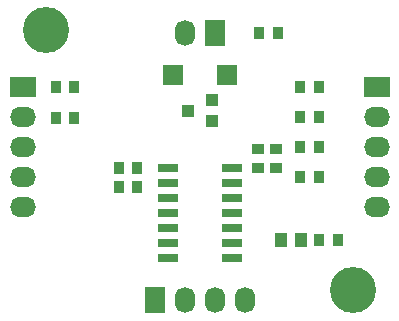
<source format=gts>
G04*
G04 #@! TF.GenerationSoftware,Altium Limited,Altium Designer,21.2.1 (34)*
G04*
G04 Layer_Color=8388736*
%FSLAX25Y25*%
%MOIN*%
G70*
G04*
G04 #@! TF.SameCoordinates,9466BED1-F6BD-4CF9-8920-6B0B1F58636F*
G04*
G04*
G04 #@! TF.FilePolarity,Negative*
G04*
G01*
G75*
%ADD22R,0.03556X0.04343*%
%ADD23R,0.06706X0.06706*%
%ADD24R,0.04343X0.03950*%
%ADD25R,0.06902X0.03162*%
%ADD26R,0.04147X0.04540*%
%ADD27R,0.04343X0.03556*%
%ADD28O,0.08674X0.06706*%
%ADD29R,0.08674X0.06706*%
%ADD30C,0.15367*%
%ADD31R,0.06706X0.08674*%
%ADD32O,0.06706X0.08674*%
D22*
X-48008Y-30500D02*
D03*
X-41787D02*
D03*
X-48008Y-41000D02*
D03*
X-41787D02*
D03*
X46110Y-81500D02*
D03*
X39890D02*
D03*
X39713Y-60500D02*
D03*
X33492D02*
D03*
X39713Y-50500D02*
D03*
X33492D02*
D03*
Y-40500D02*
D03*
X39713D02*
D03*
X33492Y-30500D02*
D03*
X39713D02*
D03*
X26110Y-12500D02*
D03*
X19890D02*
D03*
X-27008Y-57500D02*
D03*
X-20787D02*
D03*
X-27008Y-64000D02*
D03*
X-20787D02*
D03*
D23*
X9000Y-26500D02*
D03*
X-9000D02*
D03*
D24*
X3937Y-42043D02*
D03*
Y-34957D02*
D03*
X-3937Y-38500D02*
D03*
D25*
X-10630Y-57500D02*
D03*
Y-62500D02*
D03*
Y-67500D02*
D03*
Y-72500D02*
D03*
Y-77500D02*
D03*
Y-82500D02*
D03*
Y-87500D02*
D03*
X10630Y-57500D02*
D03*
Y-62500D02*
D03*
Y-67500D02*
D03*
Y-72500D02*
D03*
Y-77500D02*
D03*
Y-82500D02*
D03*
Y-87500D02*
D03*
D26*
X33847Y-81500D02*
D03*
X27154D02*
D03*
D27*
X25500Y-57610D02*
D03*
Y-51390D02*
D03*
X19500Y-57610D02*
D03*
Y-51390D02*
D03*
D28*
X59055Y-70500D02*
D03*
Y-60500D02*
D03*
Y-50500D02*
D03*
Y-40500D02*
D03*
X-59055Y-70500D02*
D03*
Y-60500D02*
D03*
Y-50500D02*
D03*
Y-40500D02*
D03*
D29*
X59055Y-30500D02*
D03*
X-59055D02*
D03*
D30*
X51181Y-98425D02*
D03*
X-51181Y-11811D02*
D03*
D31*
X-15000Y-101500D02*
D03*
X5000Y-12500D02*
D03*
D32*
X-5000Y-101500D02*
D03*
X5000D02*
D03*
X15000D02*
D03*
X-5000Y-12500D02*
D03*
M02*

</source>
